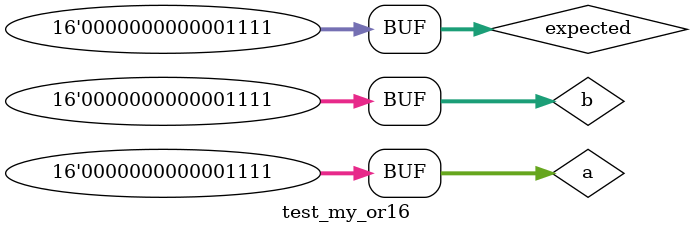
<source format=v>
`include "my_or16.v"

module test_my_or16();
   reg [15:0] a;
   reg [15:0] b;
   reg [15:0] expected;
   
   wire [15:0] c;
   

   my_or16 u1(c, b, a);

   initial 
     begin
	a = 16'b0000000000000000;
	b = 16'b0000000000000000;
	expected = 16'b0000000000000000;

	#1 
        a[0] = 1;
	expected[0] = 1;

	#1 
        b[0] = 1;
	expected[0] = 1;

	#1 
        b[1] = 1;
	expected[1] = 1;

	#1
        a[1] = 1;
	expected[1] = 1;

	#1 
        a[2] = 1;
	expected[2] = 1;

	#1 
        b[2] = 1;
	expected[2] = 1;

	#1 
        b[3] = 1;
	expected[3] = 1;

	#1
        a[3] = 1;
	expected[3] = 1;
     end

   initial
     $monitor("my_or16 %d %b %b (%b %b)", $time, a, b, c, expected);
   
endmodule

</source>
